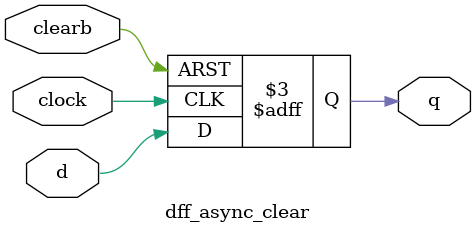
<source format=v>
module dff_async_clear(q,d,clearb,clock);
    input d,clearb,clock;
    output q;
    reg q;
    // as soon as values change we reflect it in the output
    always @(negedge clearb or posedge clock)
    begin
        if(!clearb) q<=1'b0;
        else q<=d;
    end
endmodule
</source>
